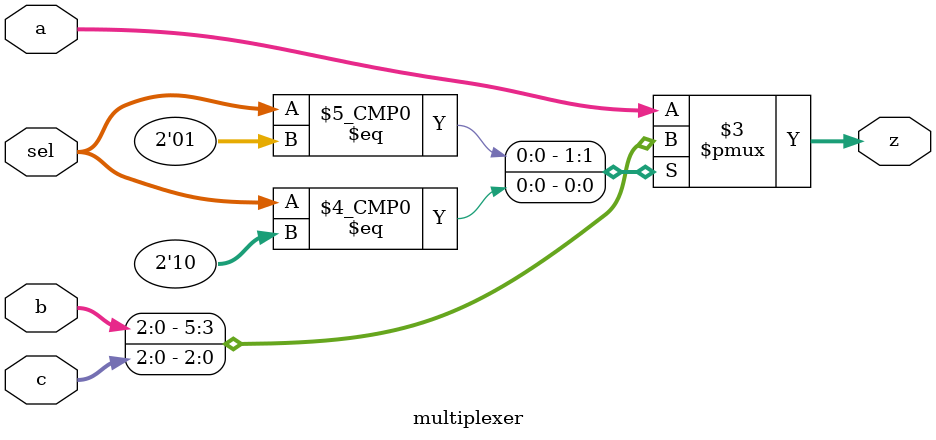
<source format=sv>
module multiplexer (
	input logic [2:0] a, b, c,
	input logic [1:0] sel,
	output logic [2:0] z
	);

always_comb
	case(sel)
		0: z = a;
		1: z = b;
		2: z = c;
		default: z = a;
	endcase // sel
endmodule // multiplexer
</source>
